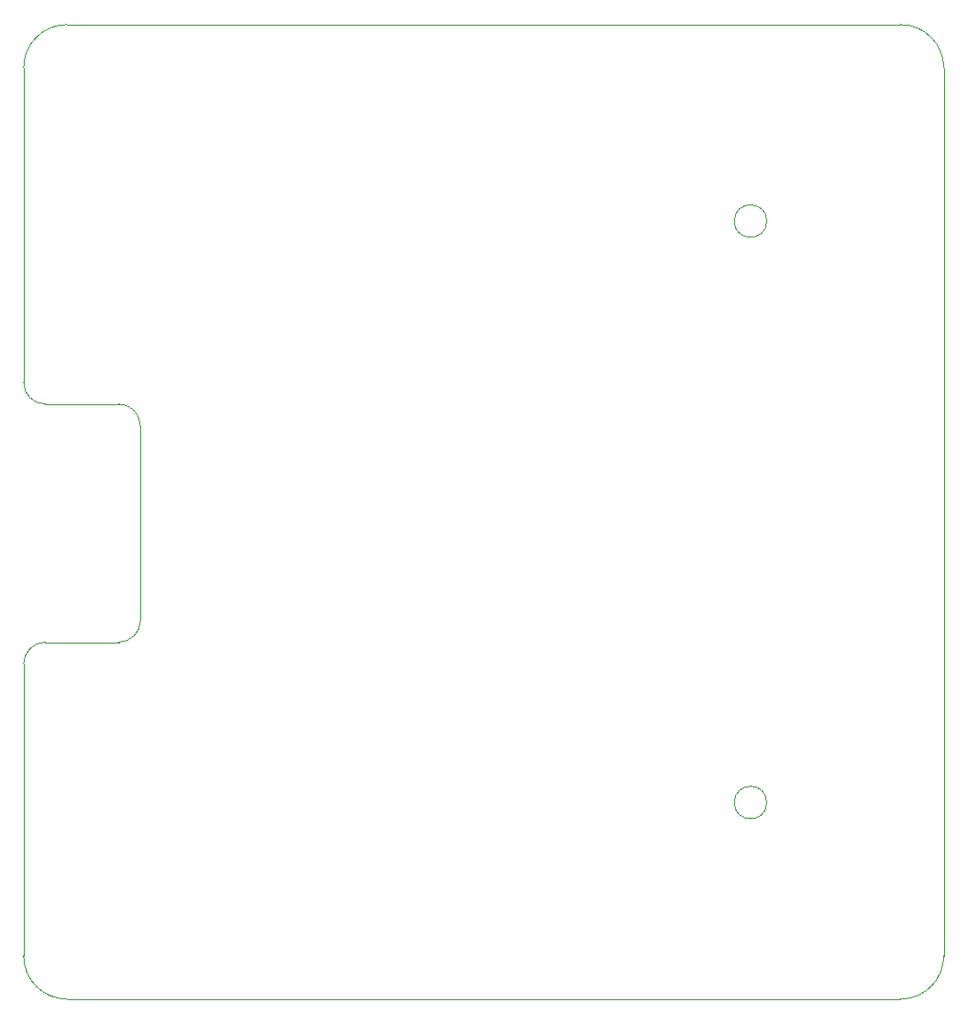
<source format=gm1>
%TF.GenerationSoftware,KiCad,Pcbnew,(6.0.9)*%
%TF.CreationDate,2023-01-27T22:09:13+02:00*%
%TF.ProjectId,Schematics,53636865-6d61-4746-9963-732e6b696361,rev?*%
%TF.SameCoordinates,Original*%
%TF.FileFunction,Profile,NP*%
%FSLAX46Y46*%
G04 Gerber Fmt 4.6, Leading zero omitted, Abs format (unit mm)*
G04 Created by KiCad (PCBNEW (6.0.9)) date 2023-01-27 22:09:13*
%MOMM*%
%LPD*%
G01*
G04 APERTURE LIST*
%TA.AperFunction,Profile*%
%ADD10C,0.100000*%
%TD*%
%TA.AperFunction,Profile*%
%ADD11C,0.120000*%
%TD*%
G04 APERTURE END LIST*
D10*
X103902000Y-59854000D02*
G75*
G03*
X99902000Y-63854000I0J-4000000D01*
G01*
X184902000Y-63854000D02*
G75*
G03*
X180902000Y-59854000I-4000000J0D01*
G01*
X184902000Y-63854000D02*
X184902000Y-145854000D01*
X110690000Y-96900000D02*
G75*
G03*
X108690000Y-94900000I-2000000J0D01*
G01*
X110690000Y-96900000D02*
X110690000Y-114900000D01*
X99902000Y-145854000D02*
X99900000Y-118900000D01*
X101900000Y-116900000D02*
G75*
G03*
X99900000Y-118900000I0J-2000000D01*
G01*
X101900000Y-116900000D02*
X108690000Y-116900000D01*
X180902000Y-149854000D02*
G75*
G03*
X184902000Y-145854000I0J4000000D01*
G01*
X99900000Y-92900000D02*
G75*
G03*
X101900000Y-94900000I2000000J0D01*
G01*
X99902000Y-63854000D02*
X99900000Y-92900000D01*
X101900000Y-94900000D02*
X108690000Y-94900000D01*
X103902000Y-59854000D02*
X180902000Y-59854000D01*
X180902000Y-149854000D02*
X103902000Y-149854000D01*
X108690000Y-116900000D02*
G75*
G03*
X110690000Y-114900000I0J2000000D01*
G01*
X99902000Y-145854000D02*
G75*
G03*
X103902000Y-149854000I4000000J0D01*
G01*
D11*
%TO.C,BT1*%
X168550000Y-78000000D02*
G75*
G03*
X168550000Y-78000000I-1500000J0D01*
G01*
X168550000Y-131700000D02*
G75*
G03*
X168550000Y-131700000I-1500000J0D01*
G01*
%TD*%
M02*

</source>
